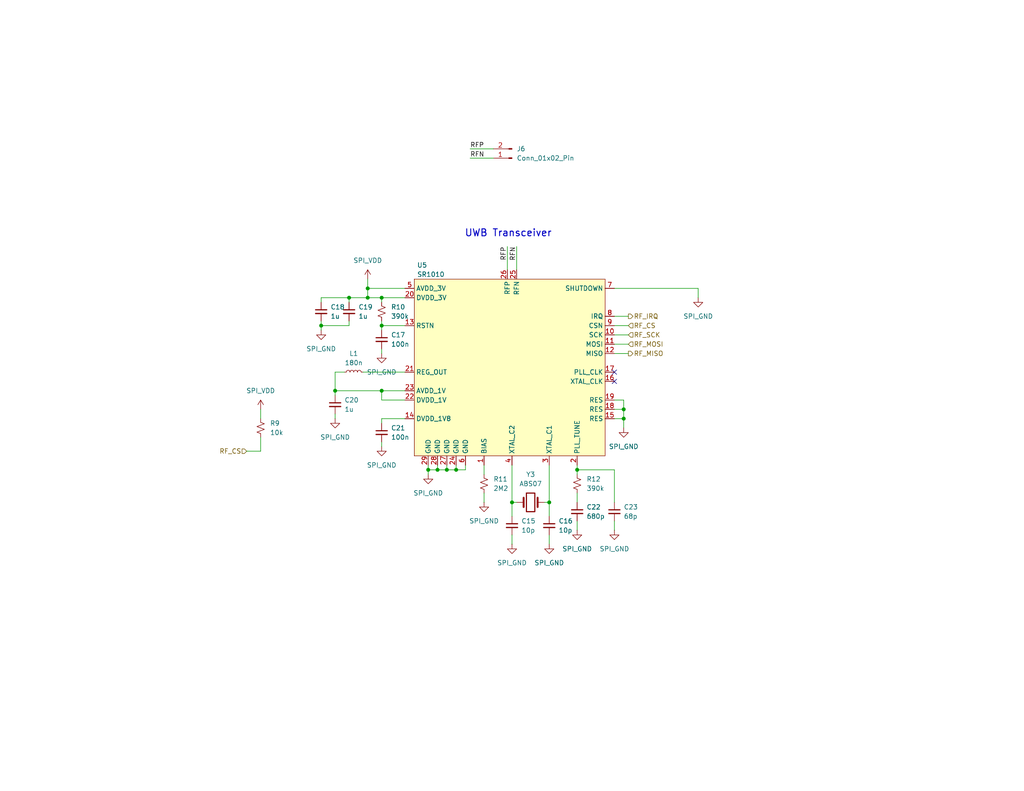
<source format=kicad_sch>
(kicad_sch (version 20250114) (generator "eeschema") (generator_version "9.0")
  (paper "USLetter")
  (title_block (title "RF Transceiver") (rev "1.0"))
  (lib_symbols
    (symbol "Connector:Conn_01x02_Pin" (pin_names (offset 1.016) (hide yes))
      (property "Reference" "J" (at 0 2.54 0))
      (property "Value" "Conn_01x02_Pin" (at 0 -5.08 0))
      (symbol "Conn_01x02_Pin_1_1"
        (rectangle (start 0.8636 0.127) (end 0 -0.127) (stroke (width 0.1524)) (fill (type outline)))
        (rectangle (start 0.8636 -2.413) (end 0 -2.667) (stroke (width 0.1524)) (fill (type outline)))
        (polyline (pts (xy 1.27 0) (xy 0.8636 0)) (stroke (width 0.1524)))
        (polyline (pts (xy 1.27 -2.54) (xy 0.8636 -2.54)) (stroke (width 0.1524)))
        (pin passive line (at 5.08 0 180) (length 3.81) (name "Pin_1") (number "1"))
        (pin passive line (at 5.08 -2.54 180) (length 3.81) (name "Pin_2") (number "2"))
      )
    )
    (symbol "Device:C_Small" (pin_numbers (hide yes)) (pin_names (offset 0.254) (hide yes))
      (property "Reference" "C" (at 0.254 1.778 0))
      (property "Value" "C_Small" (at 0.254 -2.032 0))
      (symbol "C_Small_0_1"
        (polyline (pts (xy -1.524 0.508) (xy 1.524 0.508)) (stroke (width 0.3048)))
        (polyline (pts (xy -1.524 -0.508) (xy 1.524 -0.508)) (stroke (width 0.3302)))
      )
      (symbol "C_Small_1_1"
        (pin passive line (at 0 2.54 270) (length 2.032) (name "~") (number "1"))
        (pin passive line (at 0 -2.54 90) (length 2.032) (name "~") (number "2"))
      )
    )
    (symbol "Device:L_Small" (pin_numbers (hide yes)) (pin_names (offset 0.254) (hide yes))
      (property "Reference" "L" (at 0.762 1.016 0))
      (property "Value" "L_Small" (at 0.762 -1.016 0))
      (symbol "L_Small_0_1"
        (arc (start 0 2.032) (mid 0.5058 1.524) (end 0 1.016))
        (arc (start 0 1.016) (mid 0.5058 0.508) (end 0 0))
        (arc (start 0 0) (mid 0.5058 -0.508) (end 0 -1.016))
        (arc (start 0 -1.016) (mid 0.5058 -1.524) (end 0 -2.032))
      )
      (symbol "L_Small_1_1"
        (pin passive line (at 0 2.54 270) (length 0.508) (name "~") (number "1"))
        (pin passive line (at 0 -2.54 90) (length 0.508) (name "~") (number "2"))
      )
    )
    (symbol "Device:R_Small_US" (pin_numbers (hide yes)) (pin_names (offset 0.254) (hide yes))
      (property "Reference" "R" (at 0.762 0.508 0))
      (property "Value" "R_Small_US" (at 0.762 -1.016 0))
      (symbol "R_Small_US_1_1"
        (polyline (pts (xy 0 1.524) (xy 1.016 1.143) (xy 0 0.762) (xy -1.016 0.381) (xy 0 0)))
        (polyline (pts (xy 0 0) (xy 1.016 -0.381) (xy 0 -0.762) (xy -1.016 -1.143) (xy 0 -1.524)))
        (pin passive line (at 0 2.54 270) (length 1.016) (name "~") (number "1"))
        (pin passive line (at 0 -2.54 90) (length 1.016) (name "~") (number "2"))
      )
    )
    (symbol "kjp_symlib:ABS07-120-32.768KHZ-T" (pin_numbers (hide yes)) (pin_names (offset 1.016) (hide yes))
      (property "Reference" "Y" (at 0 3.81 0))
      (property "Value" "ABS07-120-32.768KHZ-T" (at 0 -3.81 0))
      (symbol "ABS07-120-32.768KHZ-T_0_1"
        (polyline (pts (xy -2.54 0) (xy -1.905 0)))
        (polyline (pts (xy -1.905 -1.27) (xy -1.905 1.27)) (stroke (width 0.508)))
        (rectangle (start -1.143 2.54) (end 1.143 -2.54) (stroke (width 0.3048)))
        (polyline (pts (xy 1.905 -1.27) (xy 1.905 1.27)) (stroke (width 0.508)))
        (polyline (pts (xy 2.54 0) (xy 1.905 0)))
      )
      (symbol "ABS07-120-32.768KHZ-T_1_1"
        (pin passive line (at -3.81 0 0) (length 1.27) (name "1") (number "1"))
        (pin passive line (at 3.81 0 180) (length 1.27) (name "2") (number "2"))
      )
    )
    (symbol "kjp_symlib:SPI_GND" (power) (pin_numbers (hide yes)) (pin_names (offset 0) (hide yes))
      (property "Value" "SPI_GND" (at 0 -3.81 0))
      (symbol "SPI_GND_0_1"
        (polyline (pts (xy 0 0) (xy 0 -1.27) (xy 1.27 -1.27) (xy 0 -2.54) (xy -1.27 -1.27) (xy 0 -1.27)))
      )
      (symbol "SPI_GND_1_1"
        (pin power_in line (at 0 0 270) (length 0) (name "~") (number "1"))
      )
    )
    (symbol "kjp_symlib:SPI_VDD" (power) (pin_numbers (hide yes)) (pin_names (offset 0) (hide yes))
      (property "Value" "SPI_VDD" (at 0 3.556 0))
      (symbol "SPI_VDD_0_1"
        (polyline (pts (xy -0.762 1.27) (xy 0 2.54)))
        (polyline (pts (xy 0 2.54) (xy 0.762 1.27)))
        (polyline (pts (xy 0 0) (xy 0 2.54)))
      )
      (symbol "SPI_VDD_1_1"
        (pin power_in line (at 0 0 90) (length 0) (name "~") (number "1"))
      )
    )
    (symbol "kjp_symlib:SR1010"
      (property "Reference" "U" (at -25.4 19.812 0))
      (property "Value" "SR1010" (at -22.352 17.78 0))
      (symbol "SR1010_1_1"
        (rectangle (start -26.67 16.51) (end 25.4 -31.75) (fill (type background)))
        (pin power_in line (at -29.21 13.97 0) (length 2.54) (name "AVDD_3V") (number "5"))
        (pin power_in line (at -29.21 11.43 0) (length 2.54) (name "DVDD_3V") (number "20"))
        (pin input line (at -29.21 3.81 0) (length 2.54) (name "RSTN") (number "13"))
        (pin output line (at -29.21 -8.89 0) (length 2.54) (name "REG_OUT") (number "21"))
        (pin power_in line (at -29.21 -13.97 0) (length 2.54) (name "AVDD_1V") (number "23"))
        (pin power_in line (at -29.21 -16.51 0) (length 2.54) (name "DVDD_1V") (number "22"))
        (pin power_in line (at -29.21 -21.59 0) (length 2.54) (name "DVDD_1V8") (number "14"))
        (pin power_in line (at -22.86 -34.29 90) (length 2.54) (name "GND") (number "29"))
        (pin power_in line (at -20.32 -34.29 90) (length 2.54) (name "GND") (number "28"))
        (pin power_in line (at -17.78 -34.29 90) (length 2.54) (name "GND") (number "27"))
        (pin power_in line (at -15.24 -34.29 90) (length 2.54) (name "GND") (number "24"))
        (pin power_in line (at -12.7 -34.29 90) (length 2.54) (name "GND") (number "6"))
        (pin bidirectional line (at -7.62 -34.29 90) (length 2.54) (name "BIAS") (number "1"))
        (pin bidirectional line (at -1.27 19.05 270) (length 2.54) (name "RFP") (number "26"))
        (pin output line (at 0 -34.29 90) (length 2.54) (name "XTAL_C2") (number "4"))
        (pin bidirectional line (at 1.27 19.05 270) (length 2.54) (name "RFN") (number "25"))
        (pin input line (at 10.16 -34.29 90) (length 2.54) (name "XTAL_C1") (number "3"))
        (pin bidirectional line (at 17.78 -34.29 90) (length 2.54) (name "PLL_TUNE") (number "2"))
        (pin input line (at 27.94 13.97 180) (length 2.54) (name "SHUTDOWN") (number "7"))
        (pin output line (at 27.94 6.35 180) (length 2.54) (name "IRQ") (number "8"))
        (pin input line (at 27.94 3.81 180) (length 2.54) (name "CSN") (number "9"))
        (pin input line (at 27.94 1.27 180) (length 2.54) (name "SCK") (number "10"))
        (pin input line (at 27.94 -1.27 180) (length 2.54) (name "MOSI") (number "11"))
        (pin output line (at 27.94 -3.81 180) (length 2.54) (name "MISO") (number "12"))
        (pin bidirectional line (at 27.94 -8.89 180) (length 2.54) (name "PLL_CLK") (number "17"))
        (pin bidirectional line (at 27.94 -11.43 180) (length 2.54) (name "XTAL_CLK") (number "16"))
        (pin unspecified line (at 27.94 -16.51 180) (length 2.54) (name "RES") (number "19"))
        (pin unspecified line (at 27.94 -19.05 180) (length 2.54) (name "RES") (number "18"))
        (pin unspecified line (at 27.94 -21.59 180) (length 2.54) (name "RES") (number "15"))
      )
    )
  )
  (text "UWB Transceiver" (at 138.684 63.754 0) (effects (font (size 1.905 1.905) (thickness 0.254) (bold yes))))
  (junction (at 121.92 128.27))
  (junction (at 170.18 111.76))
  (junction (at 116.84 128.27))
  (junction (at 149.86 137.16))
  (junction (at 104.14 106.68))
  (junction (at 157.48 128.27))
  (junction (at 104.14 81.28))
  (junction (at 95.25 81.28))
  (junction (at 170.18 114.3))
  (junction (at 87.63 88.9))
  (junction (at 91.44 106.68))
  (junction (at 100.33 81.28))
  (junction (at 104.14 88.9))
  (junction (at 139.7 137.16))
  (junction (at 124.46 128.27))
  (junction (at 100.33 78.74))
  (junction (at 119.38 128.27))
  (no_connect (at 167.64 104.14))
  (no_connect (at 167.64 101.6))
  (wire (pts (xy 139.7 146.05) (xy 139.7 148.59)))
  (wire (pts (xy 128.27 40.64) (xy 134.62 40.64)))
  (wire (pts (xy 104.14 87.63) (xy 104.14 88.9)))
  (wire (pts (xy 149.86 137.16) (xy 149.86 140.97)))
  (wire (pts (xy 93.98 101.6) (xy 91.44 101.6)))
  (wire (pts (xy 149.86 146.05) (xy 149.86 148.59)))
  (wire (pts (xy 104.14 114.3) (xy 104.14 115.57)))
  (wire (pts (xy 167.64 93.98) (xy 171.45 93.98)))
  (wire (pts (xy 91.44 113.03) (xy 91.44 114.3)))
  (wire (pts (xy 157.48 127) (xy 157.48 128.27)))
  (wire (pts (xy 167.64 88.9) (xy 171.45 88.9)))
  (wire (pts (xy 121.92 128.27) (xy 121.92 127)))
  (wire (pts (xy 127 128.27) (xy 127 127)))
  (wire (pts (xy 139.7 137.16) (xy 139.7 140.97)))
  (wire (pts (xy 100.33 78.74) (xy 100.33 81.28)))
  (wire (pts (xy 121.92 128.27) (xy 124.46 128.27)))
  (wire (pts (xy 167.64 109.22) (xy 170.18 109.22)))
  (wire (pts (xy 99.06 101.6) (xy 110.49 101.6)))
  (wire (pts (xy 87.63 88.9) (xy 95.25 88.9)))
  (wire (pts (xy 95.25 81.28) (xy 95.25 82.55)))
  (wire (pts (xy 140.97 67.31) (xy 140.97 73.66)))
  (wire (pts (xy 104.14 109.22) (xy 104.14 106.68)))
  (wire (pts (xy 128.27 43.18) (xy 134.62 43.18)))
  (wire (pts (xy 71.12 111.76) (xy 71.12 114.3)))
  (wire (pts (xy 132.08 134.62) (xy 132.08 137.16)))
  (wire (pts (xy 167.64 91.44) (xy 171.45 91.44)))
  (wire (pts (xy 170.18 111.76) (xy 170.18 114.3)))
  (wire (pts (xy 139.7 127) (xy 139.7 137.16)))
  (wire (pts (xy 167.64 128.27) (xy 167.64 137.16)))
  (wire (pts (xy 104.14 88.9) (xy 110.49 88.9)))
  (wire (pts (xy 71.12 123.19) (xy 67.31 123.19)))
  (wire (pts (xy 87.63 88.9) (xy 87.63 90.17)))
  (wire (pts (xy 104.14 106.68) (xy 110.49 106.68)))
  (wire (pts (xy 170.18 109.22) (xy 170.18 111.76)))
  (wire (pts (xy 104.14 81.28) (xy 104.14 82.55)))
  (wire (pts (xy 149.86 137.16) (xy 149.86 127)))
  (wire (pts (xy 100.33 81.28) (xy 95.25 81.28)))
  (wire (pts (xy 104.14 88.9) (xy 104.14 90.17)))
  (wire (pts (xy 119.38 128.27) (xy 121.92 128.27)))
  (wire (pts (xy 87.63 87.63) (xy 87.63 88.9)))
  (wire (pts (xy 100.33 81.28) (xy 104.14 81.28)))
  (wire (pts (xy 167.64 96.52) (xy 171.45 96.52)))
  (wire (pts (xy 119.38 128.27) (xy 119.38 127)))
  (wire (pts (xy 91.44 106.68) (xy 91.44 107.95)))
  (wire (pts (xy 157.48 142.24) (xy 157.48 144.78)))
  (wire (pts (xy 95.25 88.9) (xy 95.25 87.63)))
  (wire (pts (xy 71.12 119.38) (xy 71.12 123.19)))
  (wire (pts (xy 138.43 67.31) (xy 138.43 73.66)))
  (wire (pts (xy 140.97 137.16) (xy 139.7 137.16)))
  (wire (pts (xy 157.48 134.62) (xy 157.48 137.16)))
  (wire (pts (xy 95.25 81.28) (xy 87.63 81.28)))
  (wire (pts (xy 116.84 127) (xy 116.84 128.27)))
  (wire (pts (xy 170.18 114.3) (xy 170.18 116.84)))
  (wire (pts (xy 116.84 128.27) (xy 116.84 129.54)))
  (wire (pts (xy 100.33 78.74) (xy 110.49 78.74)))
  (wire (pts (xy 104.14 120.65) (xy 104.14 121.92)))
  (wire (pts (xy 104.14 95.25) (xy 104.14 96.52)))
  (wire (pts (xy 190.5 78.74) (xy 167.64 78.74)))
  (wire (pts (xy 157.48 128.27) (xy 157.48 129.54)))
  (wire (pts (xy 110.49 109.22) (xy 104.14 109.22)))
  (wire (pts (xy 116.84 128.27) (xy 119.38 128.27)))
  (wire (pts (xy 110.49 81.28) (xy 104.14 81.28)))
  (wire (pts (xy 167.64 111.76) (xy 170.18 111.76)))
  (wire (pts (xy 132.08 127) (xy 132.08 129.54)))
  (wire (pts (xy 190.5 81.28) (xy 190.5 78.74)))
  (wire (pts (xy 157.48 128.27) (xy 167.64 128.27)))
  (wire (pts (xy 91.44 101.6) (xy 91.44 106.68)))
  (wire (pts (xy 124.46 128.27) (xy 127 128.27)))
  (wire (pts (xy 91.44 106.68) (xy 104.14 106.68)))
  (wire (pts (xy 124.46 128.27) (xy 124.46 127)))
  (wire (pts (xy 100.33 76.2) (xy 100.33 78.74)))
  (wire (pts (xy 110.49 114.3) (xy 104.14 114.3)))
  (wire (pts (xy 167.64 114.3) (xy 170.18 114.3)))
  (wire (pts (xy 167.64 142.24) (xy 167.64 144.78)))
  (wire (pts (xy 87.63 81.28) (xy 87.63 82.55)))
  (wire (pts (xy 148.59 137.16) (xy 149.86 137.16)))
  (wire (pts (xy 167.64 86.36) (xy 171.45 86.36)))
  (label "RFP" (at 138.43 67.31 270))
  (label "RFP" (at 128.27 40.64 0))
  (label "RFN" (at 128.27 43.18 0))
  (label "RFN" (at 140.97 67.31 270))
  (hierarchical_label "RF_MOSI" (shape input) (at 171.45 93.98 0))
  (hierarchical_label "RF_SCK" (shape input) (at 171.45 91.44 0))
  (hierarchical_label "RF_IRQ" (shape output) (at 171.45 86.36 0))
  (hierarchical_label "RF_MISO" (shape output) (at 171.45 96.52 0))
  (hierarchical_label "RF_CS" (shape input) (at 171.45 88.9 0))
  (hierarchical_label "RF_CS" (shape input) (at 67.31 123.19 180))
  (symbol (lib_id "kjp_symlib:SPI_GND") (at 87.63 90.17 0) (unit 1)
    (property "Reference" "#PWR078" (effects (hide yes)))
    (property "Value" "SPI_GND" (at 87.63 95.25 0))
    (property "Description" "Power symbol creates a global label with name \"GND\" , ground" (effects (hide yes)))
  )
  (symbol (lib_id "Device:C_Small") (at 139.7 143.51 0) (unit 1)
    (property "Reference" "C15" (at 142.24 142.2462 0) (effects (justify left)))
    (property "Value" "10p" (at 142.24 144.7862 0) (effects (justify left)))
    (property "Footprint" "Capacitor_SMD:C_0402_1005Metric" (effects (hide yes)))
    (property "Description" "Unpolarized capacitor, small symbol" (effects (hide yes)))
  )
  (symbol (lib_id "Device:R_Small_US") (at 71.12 116.84 0) (unit 1)
    (property "Reference" "R9" (at 73.66 115.5699 0) (effects (justify left)))
    (property "Value" "10k" (at 73.66 118.1099 0) (effects (justify left)))
    (property "Footprint" "Resistor_SMD:R_0402_1005Metric" (effects (hide yes)))
    (property "Description" "Resistor, small US symbol" (effects (hide yes)))
  )
  (symbol (lib_id "kjp_symlib:SPI_GND") (at 190.5 81.28 0) (unit 1)
    (property "Reference" "#PWR089" (effects (hide yes)))
    (property "Value" "SPI_GND" (at 190.5 86.36 0))
    (property "Description" "Power symbol creates a global label with name \"GND\" , ground" (effects (hide yes)))
  )
  (symbol (lib_id "Device:R_Small_US") (at 132.08 132.08 0) (unit 1)
    (property "Reference" "R11" (at 134.62 130.8099 0) (effects (justify left)))
    (property "Value" "2M2" (at 134.62 133.3499 0) (effects (justify left)))
    (property "Footprint" "Resistor_SMD:R_0603_1608Metric" (effects (hide yes)))
    (property "Description" "Resistor, small US symbol" (effects (hide yes)))
  )
  (symbol (lib_id "Device:C_Small") (at 149.86 143.51 0) (unit 1)
    (property "Reference" "C16" (at 152.4 142.2462 0) (effects (justify left)))
    (property "Value" "10p" (at 152.4 144.7862 0) (effects (justify left)))
    (property "Footprint" "Capacitor_SMD:C_0402_1005Metric" (effects (hide yes)))
    (property "Description" "Unpolarized capacitor, small symbol" (effects (hide yes)))
  )
  (symbol (lib_id "kjp_symlib:SPI_GND") (at 149.86 148.59 0) (unit 1)
    (property "Reference" "#PWR085" (effects (hide yes)))
    (property "Value" "SPI_GND" (at 149.86 153.67 0))
    (property "Description" "Power symbol creates a global label with name \"GND\" , ground" (effects (hide yes)))
  )
  (symbol (lib_id "Device:R_Small_US") (at 157.48 132.08 0) (unit 1)
    (property "Reference" "R12" (at 160.02 130.8099 0) (effects (justify left)))
    (property "Value" "390k" (at 160.02 133.3499 0) (effects (justify left)))
    (property "Footprint" "Resistor_SMD:R_0402_1005Metric" (effects (hide yes)))
    (property "Description" "Resistor, small US symbol" (effects (hide yes)))
  )
  (symbol (lib_id "kjp_symlib:SPI_GND") (at 157.48 144.78 0) (unit 1)
    (property "Reference" "#PWR086" (effects (hide yes)))
    (property "Value" "SPI_GND" (at 157.48 149.86 0))
    (property "Description" "Power symbol creates a global label with name \"GND\" , ground" (effects (hide yes)))
  )
  (symbol (lib_id "kjp_symlib:ABS07-120-32.768KHZ-T") (at 144.78 137.16 0) (unit 1)
    (property "Reference" "Y3" (at 144.78 129.54 0))
    (property "Value" "ABS07" (at 144.78 132.08 0))
    (property "Footprint" "kjp_fplib:ABS07-120-32.768KHZ-T" (effects (hide yes)))
    (property "Datasheet" "https://abracon.com/datasheets/ABS07-120-32.768kHz-T.pdf" (effects (hide yes)))
    (property "Description" "Two pin crystal" (effects (hide yes)))
  )
  (symbol (lib_id "Device:C_Small") (at 95.25 85.09 0) (unit 1)
    (property "Reference" "C19" (at 97.79 83.8262 0) (effects (justify left)))
    (property "Value" "1u" (at 97.79 86.3662 0) (effects (justify left)))
    (property "Footprint" "Capacitor_SMD:C_0402_1005Metric" (effects (hide yes)))
    (property "Description" "Unpolarized capacitor, small symbol" (effects (hide yes)))
  )
  (symbol (lib_id "Device:L_Small") (at 96.52 101.6 90) (unit 1)
    (property "Reference" "L1" (at 96.52 96.52 90))
    (property "Value" "180n" (at 96.52 99.06 90))
    (property "Footprint" "Inductor_SMD:L_0402_1005Metric" (effects (hide yes)))
    (property "Description" "Inductor, small symbol" (effects (hide yes)))
  )
  (symbol (lib_id "kjp_symlib:SPI_VDD") (at 100.33 76.2 0) (unit 1)
    (property "Reference" "#PWR077" (effects (hide yes)))
    (property "Value" "SPI_VDD" (at 100.33 71.12 0))
    (property "Description" "Power symbol creates a global label with name \"SPI_VDD\"" (effects (hide yes)))
  )
  (symbol (lib_id "Device:C_Small") (at 167.64 139.7 0) (unit 1)
    (property "Reference" "C23" (at 170.18 138.4362 0) (effects (justify left)))
    (property "Value" "68p" (at 170.18 140.9762 0) (effects (justify left)))
    (property "Footprint" "Capacitor_SMD:C_0402_1005Metric" (effects (hide yes)))
    (property "Description" "Unpolarized capacitor, small symbol" (effects (hide yes)))
  )
  (symbol (lib_id "kjp_symlib:SPI_GND") (at 116.84 129.54 0) (unit 1)
    (property "Reference" "#PWR082" (effects (hide yes)))
    (property "Value" "SPI_GND" (at 116.84 134.62 0))
    (property "Description" "Power symbol creates a global label with name \"GND\" , ground" (effects (hide yes)))
  )
  (symbol (lib_id "kjp_symlib:SPI_GND") (at 170.18 116.84 0) (unit 1)
    (property "Reference" "#PWR088" (effects (hide yes)))
    (property "Value" "SPI_GND" (at 170.18 121.92 0))
    (property "Description" "Power symbol creates a global label with name \"GND\" , ground" (effects (hide yes)))
  )
  (symbol (lib_id "Device:R_Small_US") (at 104.14 85.09 0) (unit 1)
    (property "Reference" "R10" (at 106.68 83.8199 0) (effects (justify left)))
    (property "Value" "390k" (at 106.68 86.3599 0) (effects (justify left)))
    (property "Footprint" "Resistor_SMD:R_0402_1005Metric" (effects (hide yes)))
    (property "Description" "Resistor, small US symbol" (effects (hide yes)))
  )
  (symbol (lib_id "kjp_symlib:SPI_GND") (at 132.08 137.16 0) (unit 1)
    (property "Reference" "#PWR083" (effects (hide yes)))
    (property "Value" "SPI_GND" (at 132.08 142.24 0))
    (property "Description" "Power symbol creates a global label with name \"GND\" , ground" (effects (hide yes)))
  )
  (symbol (lib_id "Device:C_Small") (at 104.14 118.11 0) (unit 1)
    (property "Reference" "C21" (at 106.68 116.8462 0) (effects (justify left)))
    (property "Value" "100n" (at 106.68 119.3862 0) (effects (justify left)))
    (property "Footprint" "Capacitor_SMD:C_0402_1005Metric" (effects (hide yes)))
    (property "Description" "Unpolarized capacitor, small symbol" (effects (hide yes)))
  )
  (symbol (lib_id "Device:C_Small") (at 91.44 110.49 0) (unit 1)
    (property "Reference" "C20" (at 93.98 109.2262 0) (effects (justify left)))
    (property "Value" "1u" (at 93.98 111.7662 0) (effects (justify left)))
    (property "Footprint" "Capacitor_SMD:C_0402_1005Metric" (effects (hide yes)))
    (property "Description" "Unpolarized capacitor, small symbol" (effects (hide yes)))
  )
  (symbol (lib_id "kjp_symlib:SPI_GND") (at 104.14 121.92 0) (unit 1)
    (property "Reference" "#PWR081" (effects (hide yes)))
    (property "Value" "SPI_GND" (at 104.14 127 0))
    (property "Description" "Power symbol creates a global label with name \"GND\" , ground" (effects (hide yes)))
  )
  (symbol (lib_id "kjp_symlib:SPI_VDD") (at 71.12 111.76 0) (unit 1)
    (property "Reference" "#PWR076" (effects (hide yes)))
    (property "Value" "SPI_VDD" (at 71.12 106.68 0))
    (property "Description" "Power symbol creates a global label with name \"SPI_VDD\"" (effects (hide yes)))
  )
  (symbol (lib_id "kjp_symlib:SPI_GND") (at 139.7 148.59 0) (unit 1)
    (property "Reference" "#PWR084" (effects (hide yes)))
    (property "Value" "SPI_GND" (at 139.7 153.67 0))
    (property "Description" "Power symbol creates a global label with name \"GND\" , ground" (effects (hide yes)))
  )
  (symbol (lib_id "kjp_symlib:SPI_GND") (at 91.44 114.3 0) (unit 1)
    (property "Reference" "#PWR080" (effects (hide yes)))
    (property "Value" "SPI_GND" (at 91.44 119.38 0))
    (property "Description" "Power symbol creates a global label with name \"GND\" , ground" (effects (hide yes)))
  )
  (symbol (lib_id "kjp_symlib:SR1010") (at 139.7 92.71 0) (unit 1)
    (property "Reference" "U5" (at 113.792 72.39 0) (effects (justify left)))
    (property "Value" "SR1010" (at 113.792 74.93 0) (effects (justify left)))
    (property "Footprint" "Package_DFN_QFN:QFN-28-1EP_4x4mm_P0.4mm_EP2.7x2.7mm" (effects (hide yes)))
  )
  (symbol (lib_id "Device:C_Small") (at 104.14 92.71 0) (unit 1)
    (property "Reference" "C17" (at 106.68 91.4462 0) (effects (justify left)))
    (property "Value" "100n" (at 106.68 93.9862 0) (effects (justify left)))
    (property "Footprint" "Capacitor_SMD:C_0402_1005Metric" (effects (hide yes)))
    (property "Description" "Unpolarized capacitor, small symbol" (effects (hide yes)))
  )
  (symbol (lib_id "Device:C_Small") (at 87.63 85.09 0) (unit 1)
    (property "Reference" "C18" (at 90.17 83.8262 0) (effects (justify left)))
    (property "Value" "1u" (at 90.17 86.3662 0) (effects (justify left)))
    (property "Footprint" "Capacitor_SMD:C_0402_1005Metric" (effects (hide yes)))
    (property "Description" "Unpolarized capacitor, small symbol" (effects (hide yes)))
  )
  (symbol (lib_id "kjp_symlib:SPI_GND") (at 167.64 144.78 0) (unit 1)
    (property "Reference" "#PWR087" (effects (hide yes)))
    (property "Value" "SPI_GND" (at 167.64 149.86 0))
    (property "Description" "Power symbol creates a global label with name \"GND\" , ground" (effects (hide yes)))
  )
  (symbol (lib_id "Device:C_Small") (at 157.48 139.7 0) (unit 1)
    (property "Reference" "C22" (at 160.02 138.4362 0) (effects (justify left)))
    (property "Value" "680p" (at 160.02 140.9762 0) (effects (justify left)))
    (property "Footprint" "Capacitor_SMD:C_0402_1005Metric" (effects (hide yes)))
    (property "Description" "Unpolarized capacitor, small symbol" (effects (hide yes)))
  )
  (symbol (lib_id "Connector:Conn_01x02_Pin") (at 139.7 43.18 180) (unit 1)
    (property "Reference" "J6" (at 140.97 40.6399 0) (effects (justify right)))
    (property "Value" "Conn_01x02_Pin" (at 140.97 43.1799 0) (effects (justify right)))
    (property "Footprint" "kjp_fplib:BM02BSRSSTBLFSN" (effects (hide yes)))
    (property "Description" "Generic connector, single row, 01x02, script generated" (effects (hide yes)))
  )
  (symbol (lib_id "kjp_symlib:SPI_GND") (at 104.14 96.52 0) (unit 1)
    (property "Reference" "#PWR079" (effects (hide yes)))
    (property "Value" "SPI_GND" (at 104.14 101.6 0))
    (property "Description" "Power symbol creates a global label with name \"GND\" , ground" (effects (hide yes)))
  )
)
</source>
